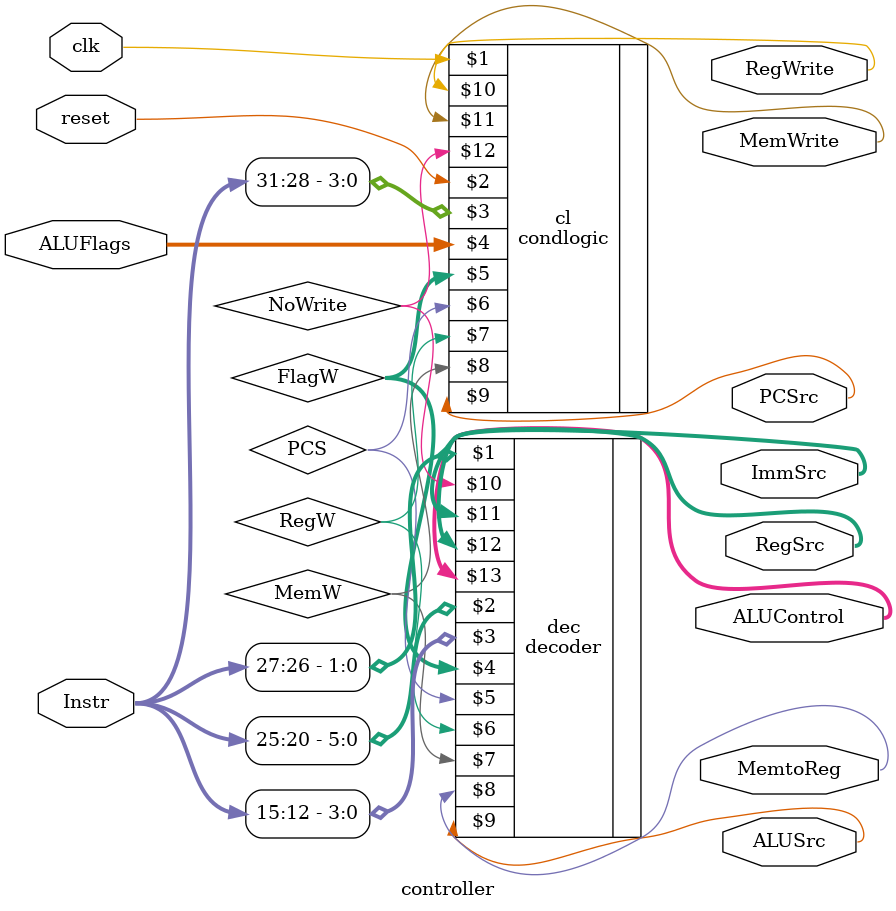
<source format=sv>
/* verilator lint_off UNUSED */ // TODO: remove this
module controller(input   logic         clk, reset,
                   input  logic [31:12] Instr,
                   input  logic [3:0]   ALUFlags,
                   output logic [1:0]   RegSrc,
                   output logic         RegWrite,
                   output logic [1:0]   ImmSrc,
                   output logic         ALUSrc,
                   output logic [1:0]   ALUControl,
                   output logic         MemWrite, MemtoReg,
                   output logic         PCSrc);

  logic [1:0] FlagW;
  logic       PCS, RegW, MemW, NoWrite;

  decoder dec(Instr[27:26], Instr[25:20], Instr[15:12],
              FlagW, PCS, RegW, MemW,
              MemtoReg, ALUSrc, NoWrite, ImmSrc, RegSrc, ALUControl);
  condlogic cl(clk, reset, Instr[31:28], ALUFlags, // TODO: verilator thinks Instr is unused
               FlagW, PCS, RegW, MemW,
               PCSrc, RegWrite, MemWrite, NoWrite);

endmodule

</source>
